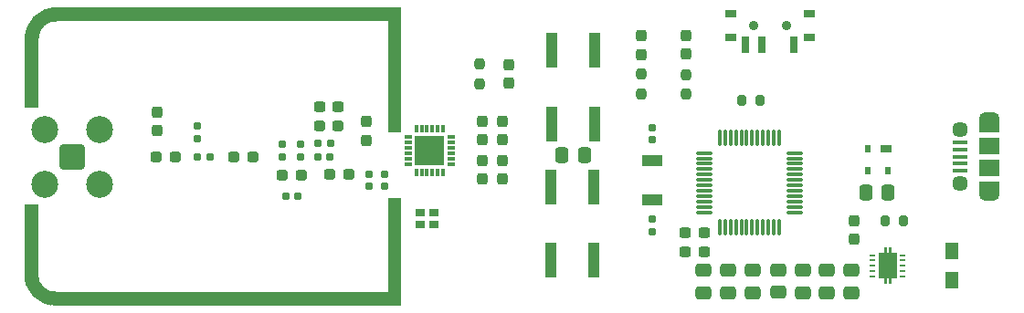
<source format=gts>
G04 #@! TF.GenerationSoftware,KiCad,Pcbnew,7.0.9-1.fc38*
G04 #@! TF.CreationDate,2023-11-15T09:02:08+02:00*
G04 #@! TF.ProjectId,transceiver_board,7472616e-7363-4656-9976-65725f626f61,rev?*
G04 #@! TF.SameCoordinates,Original*
G04 #@! TF.FileFunction,Soldermask,Top*
G04 #@! TF.FilePolarity,Negative*
%FSLAX46Y46*%
G04 Gerber Fmt 4.6, Leading zero omitted, Abs format (unit mm)*
G04 Created by KiCad (PCBNEW 7.0.9-1.fc38) date 2023-11-15 09:02:08*
%MOMM*%
%LPD*%
G01*
G04 APERTURE LIST*
G04 Aperture macros list*
%AMRoundRect*
0 Rectangle with rounded corners*
0 $1 Rounding radius*
0 $2 $3 $4 $5 $6 $7 $8 $9 X,Y pos of 4 corners*
0 Add a 4 corners polygon primitive as box body*
4,1,4,$2,$3,$4,$5,$6,$7,$8,$9,$2,$3,0*
0 Add four circle primitives for the rounded corners*
1,1,$1+$1,$2,$3*
1,1,$1+$1,$4,$5*
1,1,$1+$1,$6,$7*
1,1,$1+$1,$8,$9*
0 Add four rect primitives between the rounded corners*
20,1,$1+$1,$2,$3,$4,$5,0*
20,1,$1+$1,$4,$5,$6,$7,0*
20,1,$1+$1,$6,$7,$8,$9,0*
20,1,$1+$1,$8,$9,$2,$3,0*%
%AMFreePoly0*
4,1,21,-0.125000,1.200000,0.125000,1.200000,0.125000,1.700000,0.375000,1.700000,0.375000,1.200000,0.825000,1.200000,0.825000,-1.200000,0.375000,-1.200000,0.375000,-1.700000,0.125000,-1.700000,0.125000,-1.200000,-0.125000,-1.200000,-0.125000,-1.700000,-0.375000,-1.700000,-0.375000,-1.200000,-0.825000,-1.200000,-0.825000,1.200000,-0.375000,1.200000,-0.375000,1.700000,-0.125000,1.700000,
-0.125000,1.200000,-0.125000,1.200000,$1*%
G04 Aperture macros list end*
%ADD10C,0.000000*%
%ADD11C,0.300000*%
%ADD12RoundRect,0.237500X-0.300000X-0.237500X0.300000X-0.237500X0.300000X0.237500X-0.300000X0.237500X0*%
%ADD13RoundRect,0.237500X-0.237500X0.300000X-0.237500X-0.300000X0.237500X-0.300000X0.237500X0.300000X0*%
%ADD14RoundRect,0.200100X0.949900X-0.949900X0.949900X0.949900X-0.949900X0.949900X-0.949900X-0.949900X0*%
%ADD15C,2.500000*%
%ADD16R,1.000000X3.200000*%
%ADD17RoundRect,0.237500X0.287500X0.237500X-0.287500X0.237500X-0.287500X-0.237500X0.287500X-0.237500X0*%
%ADD18RoundRect,0.075000X-0.662500X-0.075000X0.662500X-0.075000X0.662500X0.075000X-0.662500X0.075000X0*%
%ADD19RoundRect,0.075000X-0.075000X-0.662500X0.075000X-0.662500X0.075000X0.662500X-0.075000X0.662500X0*%
%ADD20RoundRect,0.237500X-0.237500X0.287500X-0.237500X-0.287500X0.237500X-0.287500X0.237500X0.287500X0*%
%ADD21RoundRect,0.250000X0.337500X0.475000X-0.337500X0.475000X-0.337500X-0.475000X0.337500X-0.475000X0*%
%ADD22RoundRect,0.155000X0.212500X0.155000X-0.212500X0.155000X-0.212500X-0.155000X0.212500X-0.155000X0*%
%ADD23R,1.000000X0.800000*%
%ADD24C,0.900000*%
%ADD25R,0.700000X1.500000*%
%ADD26RoundRect,0.155000X0.155000X-0.212500X0.155000X0.212500X-0.155000X0.212500X-0.155000X-0.212500X0*%
%ADD27R,0.850000X0.750000*%
%ADD28R,0.600000X0.240000*%
%ADD29FreePoly0,180.000000*%
%ADD30RoundRect,0.237500X0.237500X-0.300000X0.237500X0.300000X-0.237500X0.300000X-0.237500X-0.300000X0*%
%ADD31RoundRect,0.250000X-0.475000X0.337500X-0.475000X-0.337500X0.475000X-0.337500X0.475000X0.337500X0*%
%ADD32RoundRect,0.237500X-0.237500X0.250000X-0.237500X-0.250000X0.237500X-0.250000X0.237500X0.250000X0*%
%ADD33RoundRect,0.155000X-0.155000X0.212500X-0.155000X-0.212500X0.155000X-0.212500X0.155000X0.212500X0*%
%ADD34RoundRect,0.200000X0.200000X0.275000X-0.200000X0.275000X-0.200000X-0.275000X0.200000X-0.275000X0*%
%ADD35R,1.200000X1.500000*%
%ADD36R,1.900000X1.100000*%
%ADD37RoundRect,0.237500X0.237500X-0.250000X0.237500X0.250000X-0.237500X0.250000X-0.237500X-0.250000X0*%
%ADD38R,1.350000X0.400000*%
%ADD39O,1.900000X1.200000*%
%ADD40R,1.900000X1.200000*%
%ADD41C,1.450000*%
%ADD42R,1.900000X1.500000*%
%ADD43RoundRect,0.237500X0.300000X0.237500X-0.300000X0.237500X-0.300000X-0.237500X0.300000X-0.237500X0*%
%ADD44RoundRect,0.237500X0.237500X-0.287500X0.237500X0.287500X-0.237500X0.287500X-0.237500X-0.287500X0*%
%ADD45R,1.000000X0.700000*%
%ADD46R,0.600000X0.700000*%
%ADD47R,0.300000X0.800000*%
%ADD48R,0.800000X0.300000*%
%ADD49R,0.675000X0.675000*%
%ADD50C,0.700000*%
G04 APERTURE END LIST*
D10*
G36*
X98431181Y-79844178D02*
G01*
X98150902Y-80313931D01*
X98091181Y-80464178D01*
X97531181Y-80464178D01*
X96861460Y-80783915D01*
X96511181Y-81354178D01*
X96411181Y-81874178D01*
X96461181Y-82054178D01*
X96091181Y-82324178D01*
X95201181Y-82054178D01*
X95391181Y-81154178D01*
X95941181Y-80254178D01*
X96641181Y-79664178D01*
X97781181Y-79294178D01*
X98091181Y-79194178D01*
X98431181Y-79844178D01*
G37*
G36*
X130050000Y-96905000D02*
G01*
X130050000Y-106845000D01*
X98040000Y-106845000D01*
X98040000Y-105575000D01*
X128850000Y-105575000D01*
X128850000Y-96895000D01*
X130050000Y-96905000D01*
G37*
G36*
X130090000Y-90780000D02*
G01*
X128900000Y-90780000D01*
X128900000Y-80470000D01*
X98090000Y-80470000D01*
X98090000Y-79200000D01*
X130100000Y-79200000D01*
X130090000Y-90780000D01*
G37*
G36*
X96410000Y-103990000D02*
G01*
X95150000Y-103990000D01*
X95150000Y-97460000D01*
X96410000Y-97460000D01*
X96410000Y-103990000D01*
G37*
D11*
X98149721Y-80319753D02*
G75*
G03*
X96316882Y-82050000I-99721J-1730247D01*
G01*
X95307918Y-103810553D02*
G75*
G03*
X98099888Y-106696891I2692082J-189447D01*
G01*
D10*
G36*
X96460000Y-88470000D02*
G01*
X95200000Y-88470000D01*
X95200000Y-82060000D01*
X96460000Y-82060000D01*
X96460000Y-88470000D01*
G37*
D11*
X98149888Y-79353110D02*
G75*
G03*
X95357919Y-82239447I-99888J-2696890D01*
G01*
D10*
G36*
X96412167Y-103992683D02*
G01*
X96362167Y-104172683D01*
X96462167Y-104692683D01*
X96812446Y-105262946D01*
X97482167Y-105582683D01*
X98042167Y-105582683D01*
X98101888Y-105732930D01*
X98382167Y-106202683D01*
X98042167Y-106852683D01*
X97732167Y-106752683D01*
X96592167Y-106382683D01*
X95892167Y-105792683D01*
X95342167Y-104892683D01*
X95152167Y-103992683D01*
X96042167Y-103722683D01*
X96412167Y-103992683D01*
G37*
D11*
X96266882Y-104000000D02*
G75*
G03*
X98099721Y-105730247I1733118J0D01*
G01*
D12*
X156417500Y-101830000D03*
X158142500Y-101830000D03*
D13*
X137617500Y-89741250D03*
X137617500Y-91466250D03*
D14*
X99540000Y-93046250D03*
D15*
X97000000Y-95586250D03*
X102080000Y-95586250D03*
X97000000Y-90506250D03*
X102080000Y-90506250D03*
D16*
X144000000Y-90000000D03*
X144000000Y-83200000D03*
X148000000Y-90000000D03*
X148000000Y-83200000D03*
D17*
X124242500Y-90166250D03*
X122492500Y-90166250D03*
D18*
X158187500Y-92700000D03*
X158187500Y-93200000D03*
X158187500Y-93700000D03*
X158187500Y-94200000D03*
X158187500Y-94700000D03*
X158187500Y-95200000D03*
X158187500Y-95700000D03*
X158187500Y-96200000D03*
X158187500Y-96700000D03*
X158187500Y-97200000D03*
X158187500Y-97700000D03*
X158187500Y-98200000D03*
D19*
X159600000Y-99612500D03*
X160100000Y-99612500D03*
X160600000Y-99612500D03*
X161100000Y-99612500D03*
X161600000Y-99612500D03*
X162100000Y-99612500D03*
X162600000Y-99612500D03*
X163100000Y-99612500D03*
X163600000Y-99612500D03*
X164100000Y-99612500D03*
X164600000Y-99612500D03*
X165100000Y-99612500D03*
D18*
X166512500Y-98200000D03*
X166512500Y-97700000D03*
X166512500Y-97200000D03*
X166512500Y-96700000D03*
X166512500Y-96200000D03*
X166512500Y-95700000D03*
X166512500Y-95200000D03*
X166512500Y-94700000D03*
X166512500Y-94200000D03*
X166512500Y-93700000D03*
X166512500Y-93200000D03*
X166512500Y-92700000D03*
D19*
X165100000Y-91287500D03*
X164600000Y-91287500D03*
X164100000Y-91287500D03*
X163600000Y-91287500D03*
X163100000Y-91287500D03*
X162600000Y-91287500D03*
X162100000Y-91287500D03*
X161600000Y-91287500D03*
X161100000Y-91287500D03*
X160600000Y-91287500D03*
X160100000Y-91287500D03*
X159600000Y-91287500D03*
D20*
X152350000Y-81800000D03*
X152350000Y-83550000D03*
D13*
X172080000Y-98957500D03*
X172080000Y-100682500D03*
D21*
X175227500Y-96360000D03*
X173152500Y-96360000D03*
D13*
X140027500Y-84493750D03*
X140027500Y-86218750D03*
D20*
X126817500Y-89791250D03*
X126817500Y-91541250D03*
D22*
X123485000Y-93066250D03*
X122350000Y-93066250D03*
D17*
X116342500Y-93066250D03*
X114592500Y-93066250D03*
D23*
X167900000Y-82000000D03*
X167900000Y-79790000D03*
D24*
X165750000Y-80890000D03*
X162750000Y-80890000D03*
D23*
X160600000Y-82000000D03*
X160600000Y-79790000D03*
D25*
X166500000Y-82650000D03*
X163500000Y-82650000D03*
X162000000Y-82650000D03*
D26*
X153300000Y-91480000D03*
X153300000Y-90345000D03*
D27*
X133145000Y-98245000D03*
X131795000Y-98245000D03*
X131795000Y-99295000D03*
X133145000Y-99295000D03*
D28*
X176580000Y-104170000D03*
X176580000Y-103670000D03*
X176580000Y-103170000D03*
X176580000Y-102670000D03*
X176580000Y-102170000D03*
X173780000Y-102170000D03*
X173780000Y-102670000D03*
X173780000Y-103170000D03*
X173780000Y-103670000D03*
X173780000Y-104170000D03*
D29*
X175180000Y-103170000D03*
D30*
X139467500Y-95116250D03*
X139467500Y-93391250D03*
D26*
X119067500Y-93033750D03*
X119067500Y-91898750D03*
D31*
X160400000Y-103572500D03*
X160400000Y-105647500D03*
D32*
X137327500Y-84443750D03*
X137327500Y-86268750D03*
D17*
X120792500Y-94766250D03*
X119042500Y-94766250D03*
D20*
X156450000Y-81775000D03*
X156450000Y-83525000D03*
D13*
X139467500Y-89741250D03*
X139467500Y-91466250D03*
D31*
X165030000Y-103562500D03*
X165030000Y-105637500D03*
X171830000Y-103582500D03*
X171830000Y-105657500D03*
D33*
X128567500Y-94648750D03*
X128567500Y-95783750D03*
D31*
X169540000Y-103572500D03*
X169540000Y-105647500D03*
D21*
X147070000Y-92900000D03*
X144995000Y-92900000D03*
D34*
X176605000Y-98970000D03*
X174955000Y-98970000D03*
D33*
X153300000Y-98845000D03*
X153300000Y-99980000D03*
D17*
X125192500Y-94666250D03*
X123442500Y-94666250D03*
D12*
X156410000Y-100070000D03*
X158135000Y-100070000D03*
D35*
X181080000Y-104470000D03*
X181080000Y-101770000D03*
D33*
X127067500Y-94648750D03*
X127067500Y-95783750D03*
D36*
X153300000Y-93412500D03*
X153300000Y-97012500D03*
D17*
X109142500Y-93066250D03*
X107392500Y-93066250D03*
D37*
X152350000Y-87187500D03*
X152350000Y-85362500D03*
D22*
X112335000Y-93066250D03*
X111200000Y-93066250D03*
D38*
X181900000Y-94350000D03*
X181900000Y-93700000D03*
X181900000Y-93050000D03*
X181900000Y-92400000D03*
X181900000Y-91750000D03*
D39*
X184600000Y-96550000D03*
D40*
X184600000Y-95950000D03*
D41*
X181900000Y-95550000D03*
D42*
X184600000Y-94050000D03*
X184600000Y-92050000D03*
D41*
X181900000Y-90550000D03*
D40*
X184600000Y-90150000D03*
D39*
X184600000Y-89550000D03*
D16*
X143930000Y-102660000D03*
X143930000Y-95860000D03*
X147930000Y-102660000D03*
X147930000Y-95860000D03*
D43*
X124230000Y-88416250D03*
X122505000Y-88416250D03*
D31*
X167270000Y-103572500D03*
X167270000Y-105647500D03*
D34*
X163325000Y-87812500D03*
X161675000Y-87812500D03*
D31*
X162690000Y-103572500D03*
X162690000Y-105647500D03*
D26*
X120767500Y-93033750D03*
X120767500Y-91898750D03*
D22*
X120485000Y-96666250D03*
X119350000Y-96666250D03*
D31*
X158080000Y-103572500D03*
X158080000Y-105647500D03*
D22*
X123502500Y-91816250D03*
X122367500Y-91816250D03*
D44*
X137567500Y-95128750D03*
X137567500Y-93378750D03*
D45*
X175000000Y-92300000D03*
D46*
X173300000Y-92300000D03*
X173300000Y-94300000D03*
X175200000Y-94300000D03*
D30*
X107417500Y-90628750D03*
X107417500Y-88903750D03*
D37*
X156450000Y-87262500D03*
X156450000Y-85437500D03*
D26*
X111217500Y-91333750D03*
X111217500Y-90198750D03*
D47*
X131467500Y-94466250D03*
X131967500Y-94466250D03*
X132467500Y-94466250D03*
X132967500Y-94466250D03*
X133467500Y-94466250D03*
X133967500Y-94466250D03*
D48*
X134717500Y-93716250D03*
X134717500Y-93216250D03*
X134717500Y-92716250D03*
X134717500Y-92216250D03*
X134717500Y-91716250D03*
X134717500Y-91216250D03*
D47*
X133967500Y-90466250D03*
X133467500Y-90466250D03*
X132967500Y-90466250D03*
X132467500Y-90466250D03*
X131967500Y-90466250D03*
X131467500Y-90466250D03*
D48*
X130717500Y-91216250D03*
X130717500Y-91716250D03*
X130717500Y-92216250D03*
X130717500Y-92716250D03*
X130717500Y-93216250D03*
X130717500Y-93716250D03*
D49*
X131705000Y-93478750D03*
X132380000Y-93478750D03*
X133055000Y-93478750D03*
X133730000Y-93478750D03*
D50*
X132042500Y-93141250D03*
X133392500Y-93141250D03*
D49*
X131705000Y-92803750D03*
X132380000Y-92803750D03*
X133055000Y-92803750D03*
X133730000Y-92803750D03*
X131705000Y-92128750D03*
X132380000Y-92128750D03*
X133055000Y-92128750D03*
X133730000Y-92128750D03*
D50*
X132042500Y-91791250D03*
X133392500Y-91791250D03*
D49*
X131705000Y-91453750D03*
X132380000Y-91453750D03*
X133055000Y-91453750D03*
X133730000Y-91453750D03*
M02*

</source>
